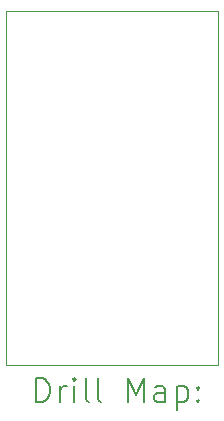
<source format=gbr>
%TF.GenerationSoftware,KiCad,Pcbnew,8.0.5*%
%TF.CreationDate,2025-02-16T13:26:05+09:00*%
%TF.ProjectId,usb_serial,7573625f-7365-4726-9961-6c2e6b696361,rev?*%
%TF.SameCoordinates,Original*%
%TF.FileFunction,Drillmap*%
%TF.FilePolarity,Positive*%
%FSLAX45Y45*%
G04 Gerber Fmt 4.5, Leading zero omitted, Abs format (unit mm)*
G04 Created by KiCad (PCBNEW 8.0.5) date 2025-02-16 13:26:05*
%MOMM*%
%LPD*%
G01*
G04 APERTURE LIST*
%ADD10C,0.050000*%
%ADD11C,0.200000*%
G04 APERTURE END LIST*
D10*
X13000000Y-6000000D02*
X14800000Y-6000000D01*
X14800000Y-9000000D01*
X13000000Y-9000000D01*
X13000000Y-6000000D01*
D11*
X13258277Y-9313984D02*
X13258277Y-9113984D01*
X13258277Y-9113984D02*
X13305896Y-9113984D01*
X13305896Y-9113984D02*
X13334467Y-9123508D01*
X13334467Y-9123508D02*
X13353515Y-9142555D01*
X13353515Y-9142555D02*
X13363039Y-9161603D01*
X13363039Y-9161603D02*
X13372562Y-9199698D01*
X13372562Y-9199698D02*
X13372562Y-9228270D01*
X13372562Y-9228270D02*
X13363039Y-9266365D01*
X13363039Y-9266365D02*
X13353515Y-9285412D01*
X13353515Y-9285412D02*
X13334467Y-9304460D01*
X13334467Y-9304460D02*
X13305896Y-9313984D01*
X13305896Y-9313984D02*
X13258277Y-9313984D01*
X13458277Y-9313984D02*
X13458277Y-9180650D01*
X13458277Y-9218746D02*
X13467801Y-9199698D01*
X13467801Y-9199698D02*
X13477324Y-9190174D01*
X13477324Y-9190174D02*
X13496372Y-9180650D01*
X13496372Y-9180650D02*
X13515420Y-9180650D01*
X13582086Y-9313984D02*
X13582086Y-9180650D01*
X13582086Y-9113984D02*
X13572562Y-9123508D01*
X13572562Y-9123508D02*
X13582086Y-9133031D01*
X13582086Y-9133031D02*
X13591610Y-9123508D01*
X13591610Y-9123508D02*
X13582086Y-9113984D01*
X13582086Y-9113984D02*
X13582086Y-9133031D01*
X13705896Y-9313984D02*
X13686848Y-9304460D01*
X13686848Y-9304460D02*
X13677324Y-9285412D01*
X13677324Y-9285412D02*
X13677324Y-9113984D01*
X13810658Y-9313984D02*
X13791610Y-9304460D01*
X13791610Y-9304460D02*
X13782086Y-9285412D01*
X13782086Y-9285412D02*
X13782086Y-9113984D01*
X14039229Y-9313984D02*
X14039229Y-9113984D01*
X14039229Y-9113984D02*
X14105896Y-9256841D01*
X14105896Y-9256841D02*
X14172562Y-9113984D01*
X14172562Y-9113984D02*
X14172562Y-9313984D01*
X14353515Y-9313984D02*
X14353515Y-9209222D01*
X14353515Y-9209222D02*
X14343991Y-9190174D01*
X14343991Y-9190174D02*
X14324943Y-9180650D01*
X14324943Y-9180650D02*
X14286848Y-9180650D01*
X14286848Y-9180650D02*
X14267801Y-9190174D01*
X14353515Y-9304460D02*
X14334467Y-9313984D01*
X14334467Y-9313984D02*
X14286848Y-9313984D01*
X14286848Y-9313984D02*
X14267801Y-9304460D01*
X14267801Y-9304460D02*
X14258277Y-9285412D01*
X14258277Y-9285412D02*
X14258277Y-9266365D01*
X14258277Y-9266365D02*
X14267801Y-9247317D01*
X14267801Y-9247317D02*
X14286848Y-9237793D01*
X14286848Y-9237793D02*
X14334467Y-9237793D01*
X14334467Y-9237793D02*
X14353515Y-9228270D01*
X14448753Y-9180650D02*
X14448753Y-9380650D01*
X14448753Y-9190174D02*
X14467801Y-9180650D01*
X14467801Y-9180650D02*
X14505896Y-9180650D01*
X14505896Y-9180650D02*
X14524943Y-9190174D01*
X14524943Y-9190174D02*
X14534467Y-9199698D01*
X14534467Y-9199698D02*
X14543991Y-9218746D01*
X14543991Y-9218746D02*
X14543991Y-9275889D01*
X14543991Y-9275889D02*
X14534467Y-9294936D01*
X14534467Y-9294936D02*
X14524943Y-9304460D01*
X14524943Y-9304460D02*
X14505896Y-9313984D01*
X14505896Y-9313984D02*
X14467801Y-9313984D01*
X14467801Y-9313984D02*
X14448753Y-9304460D01*
X14629705Y-9294936D02*
X14639229Y-9304460D01*
X14639229Y-9304460D02*
X14629705Y-9313984D01*
X14629705Y-9313984D02*
X14620182Y-9304460D01*
X14620182Y-9304460D02*
X14629705Y-9294936D01*
X14629705Y-9294936D02*
X14629705Y-9313984D01*
X14629705Y-9190174D02*
X14639229Y-9199698D01*
X14639229Y-9199698D02*
X14629705Y-9209222D01*
X14629705Y-9209222D02*
X14620182Y-9199698D01*
X14620182Y-9199698D02*
X14629705Y-9190174D01*
X14629705Y-9190174D02*
X14629705Y-9209222D01*
M02*

</source>
